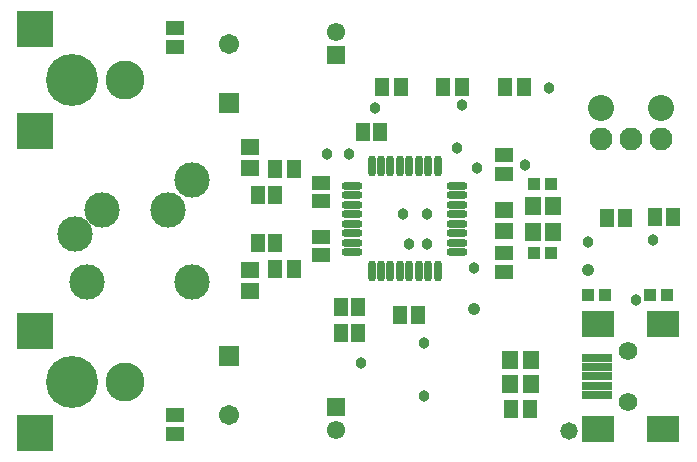
<source format=gbs>
%FSLAX24Y24*%
%MOIN*%
G70*
G01*
G75*
G04 Layer_Color=16711935*
%ADD10R,0.0433X0.0492*%
%ADD11R,0.0512X0.0610*%
%ADD12R,0.0512X0.0394*%
%ADD13R,0.0866X0.0374*%
%ADD14R,0.0551X0.0472*%
%ADD15C,0.0120*%
%ADD16C,0.0100*%
%ADD17C,0.0340*%
%ADD18C,0.0532*%
%ADD19R,0.0532X0.0532*%
%ADD20C,0.0591*%
%ADD21R,0.0591X0.0591*%
%ADD22C,0.1100*%
%ADD23C,0.0540*%
%ADD24C,0.0787*%
%ADD25C,0.0689*%
%ADD26R,0.1144X0.1144*%
%ADD27C,0.1654*%
%ADD28C,0.1220*%
%ADD29C,0.0500*%
%ADD30C,0.0300*%
%ADD31C,0.0250*%
%ADD32R,0.0394X0.0512*%
%ADD33O,0.0217X0.0630*%
%ADD34O,0.0630X0.0217*%
%ADD35R,0.0433X0.0551*%
%ADD36R,0.0551X0.0433*%
%ADD37R,0.0472X0.0551*%
%ADD38R,0.0315X0.0354*%
%ADD39R,0.0980X0.0790*%
%ADD40R,0.0940X0.0200*%
%ADD41C,0.0200*%
%ADD42C,0.0150*%
%ADD43C,0.0500*%
%ADD44C,0.0079*%
%ADD45C,0.0050*%
%ADD46C,0.0059*%
%ADD47C,0.0059*%
%ADD48R,0.0513X0.0572*%
%ADD49R,0.0592X0.0690*%
%ADD50R,0.0592X0.0474*%
%ADD51R,0.0946X0.0454*%
%ADD52R,0.0631X0.0552*%
%ADD53C,0.0420*%
%ADD54C,0.0612*%
%ADD55R,0.0612X0.0612*%
%ADD56C,0.0671*%
%ADD57R,0.0671X0.0671*%
%ADD58C,0.1180*%
%ADD59C,0.0620*%
%ADD60C,0.0867*%
%ADD61C,0.0769*%
%ADD62R,0.1224X0.1224*%
%ADD63C,0.1734*%
%ADD64C,0.1300*%
%ADD65C,0.0580*%
%ADD66C,0.0380*%
%ADD67R,0.0474X0.0592*%
%ADD68O,0.0297X0.0710*%
%ADD69O,0.0710X0.0297*%
%ADD70R,0.0513X0.0631*%
%ADD71R,0.0631X0.0513*%
%ADD72R,0.0552X0.0631*%
%ADD73R,0.0395X0.0434*%
%ADD74R,0.1060X0.0870*%
%ADD75R,0.1020X0.0280*%
D50*
X33900Y37515D02*
D03*
Y36885D02*
D03*
Y33635D02*
D03*
Y34265D02*
D03*
X22950Y28865D02*
D03*
Y28235D02*
D03*
Y41135D02*
D03*
Y41765D02*
D03*
D52*
X25450Y33704D02*
D03*
Y32996D02*
D03*
X25450Y37096D02*
D03*
Y37804D02*
D03*
X33900Y35704D02*
D03*
Y34996D02*
D03*
D53*
X32900Y32400D02*
D03*
X36700Y33700D02*
D03*
D54*
X28300Y41644D02*
D03*
Y28356D02*
D03*
D55*
Y40856D02*
D03*
Y29144D02*
D03*
D56*
X24750Y41234D02*
D03*
Y28866D02*
D03*
D57*
Y39266D02*
D03*
Y30834D02*
D03*
D58*
X23500Y36700D02*
D03*
Y33300D02*
D03*
X20000D02*
D03*
X22700Y35700D02*
D03*
X20500D02*
D03*
X19600Y34900D02*
D03*
D59*
X38030Y29290D02*
D03*
Y31010D02*
D03*
D60*
X39150Y39103D02*
D03*
X37150D02*
D03*
D61*
X39150Y38070D02*
D03*
X38150D02*
D03*
X37150D02*
D03*
D62*
X18278Y41723D02*
D03*
Y38337D02*
D03*
Y31663D02*
D03*
Y28277D02*
D03*
D63*
X19518Y40030D02*
D03*
Y29970D02*
D03*
D64*
X21290Y40030D02*
D03*
Y29970D02*
D03*
D65*
X36090Y28330D02*
D03*
D66*
X30550Y35550D02*
D03*
X31350D02*
D03*
X33000Y37100D02*
D03*
X31350Y34550D02*
D03*
X30750D02*
D03*
X34600Y37200D02*
D03*
X32350Y37750D02*
D03*
X29600Y39100D02*
D03*
X32500Y39200D02*
D03*
X35400Y39750D02*
D03*
X28750Y37550D02*
D03*
X28000D02*
D03*
X31250Y31250D02*
D03*
X29150Y30600D02*
D03*
X38300Y32700D02*
D03*
X31250Y29500D02*
D03*
X32900Y33750D02*
D03*
X36720Y34620D02*
D03*
X38870Y34700D02*
D03*
D67*
X31885Y39800D02*
D03*
X32515D02*
D03*
X33935D02*
D03*
X34565D02*
D03*
X34765Y29050D02*
D03*
X34135D02*
D03*
X26285Y33744D02*
D03*
X26915D02*
D03*
X26285Y37056D02*
D03*
X26915D02*
D03*
X30465Y39800D02*
D03*
X29835D02*
D03*
D68*
X29498Y37152D02*
D03*
X29813D02*
D03*
X30128D02*
D03*
X30443D02*
D03*
X30757D02*
D03*
X31072D02*
D03*
X31387D02*
D03*
X31702D02*
D03*
Y33648D02*
D03*
X31387D02*
D03*
X31072D02*
D03*
X30757D02*
D03*
X30443D02*
D03*
X30128D02*
D03*
X29813D02*
D03*
X29498D02*
D03*
D69*
X32352Y36502D02*
D03*
Y36187D02*
D03*
Y35872D02*
D03*
Y35557D02*
D03*
Y35243D02*
D03*
Y34928D02*
D03*
Y34613D02*
D03*
Y34298D02*
D03*
X28848D02*
D03*
Y34613D02*
D03*
Y34928D02*
D03*
Y35243D02*
D03*
Y35557D02*
D03*
Y35872D02*
D03*
Y36187D02*
D03*
Y36502D02*
D03*
D70*
X38955Y35450D02*
D03*
X39545D02*
D03*
X37945Y35440D02*
D03*
X37355D02*
D03*
X30455Y32200D02*
D03*
X31045D02*
D03*
X29795Y38300D02*
D03*
X29205D02*
D03*
X29059Y32450D02*
D03*
X28468D02*
D03*
X29059Y31600D02*
D03*
X28468D02*
D03*
X26295Y36200D02*
D03*
X25705D02*
D03*
X26295Y34600D02*
D03*
X25705D02*
D03*
D71*
X27800Y36005D02*
D03*
Y36595D02*
D03*
X27800Y34795D02*
D03*
Y34205D02*
D03*
D72*
X34096Y30700D02*
D03*
X34804D02*
D03*
X34096Y29900D02*
D03*
X34804D02*
D03*
X34865Y34967D02*
D03*
Y35833D02*
D03*
X35535D02*
D03*
Y34967D02*
D03*
D73*
X39336Y32850D02*
D03*
X38784D02*
D03*
X36724Y32850D02*
D03*
X37276D02*
D03*
X34924Y34250D02*
D03*
X35476D02*
D03*
Y36550D02*
D03*
X34924D02*
D03*
D74*
X37040Y28400D02*
D03*
X39210Y31900D02*
D03*
Y28400D02*
D03*
X37040Y31900D02*
D03*
D75*
X37020Y29530D02*
D03*
Y29840D02*
D03*
Y30150D02*
D03*
Y30460D02*
D03*
Y30770D02*
D03*
M02*

</source>
